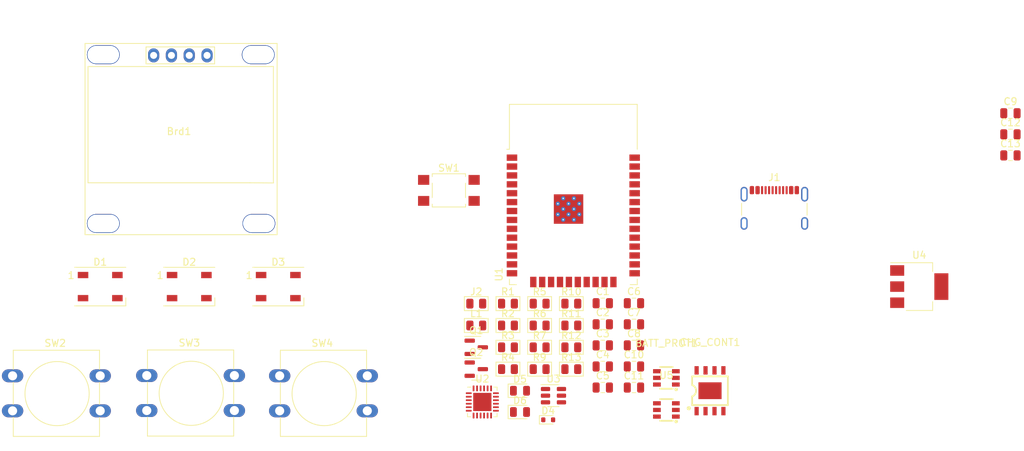
<source format=kicad_pcb>
(kicad_pcb (version 20221018) (generator pcbnew)
  (layers (0 "F.Cu" signal) (31 "B.Cu" signal) (34 "B.Paste" user) (35 "F.Paste" user) (36 "B.SilkS" user "B.Silkscreen") (37 "F.SilkS" user "F.Silkscreen") (38 "B.Mask" user) (39 "F.Mask" user) (44 "Edge.Cuts" user))
  (net 0 "")
  (net 1 "Net-(BATT_PROT1-OC)")
  (net 2 "Net-(BATT_PROT1-CS)")
  (net 3 "Net-(BATT_PROT1-OD)")
  (net 4 "-BATT")
  (net 5 "Net-(BATT_PROT1-VCC)")
  (net 7 "+3V3")
  (net 8 "/RESET")
  (net 9 "Net-(U2-VPP)")
  (net 10 "+BATT")
  (net 11 "+5V")
  (net 12 "VBUS")
  (net 13 "Net-(CHG_CONT1-PROG)")
  (net 15 "Net-(CHG_CONT1-~{STDBY})")
  (net 16 "Net-(CHG_CONT1-~{CHRG})")
  (net 18 "Net-(D1-DOUT)")
  (net 19 "/LED")
  (net 20 "Net-(D2-DOUT)")
  (net 22 "Net-(D4-A)")
  (net 23 "Net-(D5-K)")
  (net 24 "Net-(D6-K)")
  (net 26 "/D+")
  (net 27 "/D-")
  (net 31 "Net-(Q1-B)")
  (net 32 "/DTR")
  (net 33 "Net-(Q2-B)")
  (net 34 "/TX_ESP")
  (net 35 "/RX_CP")
  (net 36 "/RX_ESP")
  (net 37 "/TX_CP")
  (net 38 "/RTS")
  (net 39 "Net-(U3-FB)")
  (net 40 "/BUT1")
  (net 41 "/BUT2")
  (net 42 "/BUT3")
  (net 63 "/GPIO0")
  (net 87 "/SCL")
  (net 88 "/SDA")
  (footprint "Button_Switch_THT:SW_PUSH-12mm" (layer "F.Cu") (at 94.18 109.26)
    (fp_text reference "SW4" (at 6.08 -4.66) (layer "F.SilkS"))
    (fp_text value "SW_Push")
    (pad "1" thru_hole oval (at 0 0) (size 3.048 1.85) (drill 1.3) (layers "*.Cu" "*.Mask") (net 42 "/BUT3"))
    (pad "1" thru_hole oval (at 12.5 0) (size 3.048 1.85) (drill 1.3) (layers "*.Cu" "*.Mask") (net 42 "/BUT3"))
    (pad "2" thru_hole oval (at 0 5) (size 3.048 1.85) (drill 1.3) (layers "*.Cu" "*.Mask") (net 4 "-BATT"))
    (pad "2" thru_hole oval (at 12.5 5) (size 3.048 1.85) (drill 1.3) (layers "*.Cu" "*.Mask") (net 4 "-BATT"))
  )
  (footprint "PCM_Resistor_SMD_AKL:R_0805_2012Metric" (layer "F.Cu") (at 135.785 105.19)
    (fp_text reference "R12" (at 0 -1.7) (layer "F.SilkS"))
    (fp_text value "1k" hide)
    (pad "1" smd roundrect (at -0.9125 0) (size 1.025 1.4) (layers "F.Cu" "F.Paste" "F.Mask") (roundrect_rratio 0.243902) (net 15 "Net-(CHG_CONT1-~{STDBY})"))
    (pad "2" smd roundrect (at 0.9125 0) (size 1.025 1.4) (layers "F.Cu" "F.Paste" "F.Mask") (roundrect_rratio 0.243902) (net 24 "Net-(D6-K)"))
  )
  (footprint "LED_SMD:LED_WS2812B_PLCC4_5.0x5.0mm_P3.2mm" (layer "F.Cu") (at 68.58 96.52)
    (fp_text reference "D1" (at 0 -3.5) (layer "F.SilkS"))
    (fp_text value "WS2812B")
    (fp_text user "1" (at -4.15 -1.6) (layer "F.SilkS"))
    (pad "1" smd rect (at -2.45 -1.65) (size 1.5 0.9) (layers "F.Cu" "F.Paste" "F.Mask") (net 11 "+5V"))
    (pad "2" smd rect (at -2.45 1.65) (size 1.5 0.9) (layers "F.Cu" "F.Paste" "F.Mask") (net 18 "Net-(D1-DOUT)"))
    (pad "3" smd rect (at 2.45 1.65) (size 1.5 0.9) (layers "F.Cu" "F.Paste" "F.Mask") (net 4 "-BATT"))
    (pad "4" smd rect (at 2.45 -1.65) (size 1.5 0.9) (layers "F.Cu" "F.Paste" "F.Mask") (net 19 "/LED"))
  )
  (footprint "LED_SMD:LED_WS2812B_PLCC4_5.0x5.0mm_P3.2mm" (layer "F.Cu") (at 81.28 96.52)
    (fp_text reference "D2" (at 0 -3.5) (layer "F.SilkS"))
    (fp_text value "WS2812B")
    (fp_text user "1" (at -4.15 -1.6) (layer "F.SilkS"))
    (pad "1" smd rect (at -2.45 -1.65) (size 1.5 0.9) (layers "F.Cu" "F.Paste" "F.Mask") (net 11 "+5V"))
    (pad "2" smd rect (at -2.45 1.65) (size 1.5 0.9) (layers "F.Cu" "F.Paste" "F.Mask") (net 20 "Net-(D2-DOUT)"))
    (pad "3" smd rect (at 2.45 1.65) (size 1.5 0.9) (layers "F.Cu" "F.Paste" "F.Mask") (net 4 "-BATT"))
    (pad "4" smd rect (at 2.45 -1.65) (size 1.5 0.9) (layers "F.Cu" "F.Paste" "F.Mask") (net 18 "Net-(D1-DOUT)"))
  )
  (footprint "PCM_Resistor_SMD_AKL:R_0805_2012Metric" (layer "F.Cu") (at 126.745 98.95)
    (fp_text reference "R1" (at 0 -1.7) (layer "F.SilkS"))
    (fp_text value "10k" hide)
    (pad "1" smd roundrect (at -0.9125 0) (size 1.025 1.4) (layers "F.Cu" "F.Paste" "F.Mask") (roundrect_rratio 0.243902) (net 7 "+3V3"))
    (pad "2" smd roundrect (at 0.9125 0) (size 1.025 1.4) (layers "F.Cu" "F.Paste" "F.Mask") (roundrect_rratio 0.243902) (net 8 "/RESET"))
  )
  (footprint "Button_Switch_THT:SW_PUSH-12mm" (layer "F.Cu") (at 56.08 109.26)
    (fp_text reference "SW2" (at 6.08 -4.66) (layer "F.SilkS"))
    (fp_text value "SW_Push")
    (pad "1" thru_hole oval (at 0 0) (size 3.048 1.85) (drill 1.3) (layers "*.Cu" "*.Mask") (net 40 "/BUT1"))
    (pad "1" thru_hole oval (at 12.5 0) (size 3.048 1.85) (drill 1.3) (layers "*.Cu" "*.Mask") (net 40 "/BUT1"))
    (pad "2" thru_hole oval (at 0 5) (size 3.048 1.85) (drill 1.3) (layers "*.Cu" "*.Mask") (net 4 "-BATT"))
    (pad "2" thru_hole oval (at 12.5 5) (size 3.048 1.85) (drill 1.3) (layers "*.Cu" "*.Mask") (net 4 "-BATT"))
  )
  (footprint "PCM_Resistor_SMD_AKL:R_0805_2012Metric" (layer "F.Cu") (at 126.745 102.07)
    (fp_text reference "R2" (at 0 -1.7) (layer "F.SilkS"))
    (fp_text value "470R" hide)
    (pad "1" smd roundrect (at -0.9125 0) (size 1.025 1.4) (layers "F.Cu" "F.Paste" "F.Mask") (roundrect_rratio 0.243902) (net 34 "/TX_ESP"))
    (pad "2" smd roundrect (at 0.9125 0) (size 1.025 1.4) (layers "F.Cu" "F.Paste" "F.Mask") (roundrect_rratio 0.243902) (net 35 "/RX_CP"))
  )
  (footprint "Capacitor_SMD:C_0805_2012Metric" (layer "F.Cu") (at 144.72 98.895)
    (fp_text reference "C6" (at 0 -1.68) (layer "F.SilkS"))
    (fp_text value "4.7uF")
    (pad "1" smd roundrect (at -0.95 0) (size 1 1.45) (layers "F.Cu" "F.Paste" "F.Mask") (net 9 "Net-(U2-VPP)"))
    (pad "2" smd roundrect (at 0.95 0) (size 1 1.45) (layers "F.Cu" "F.Paste" "F.Mask") (net 4 "-BATT"))
  )
  (footprint "Capacitor_SMD:C_0805_2012Metric" (layer "F.Cu") (at 198.425 74.775)
    (fp_text reference "C12" (at 0 -1.68) (layer "F.SilkS"))
    (fp_text value "10uF")
    (pad "1" smd roundrect (at -0.95 0) (size 1 1.45) (layers "F.Cu" "F.Paste" "F.Mask") (net 4 "-BATT"))
    (pad "2" smd roundrect (at 0.95 0) (size 1 1.45) (layers "F.Cu" "F.Paste" "F.Mask") (net 10 "+BATT"))
  )
  (footprint "Package_TO_SOT_SMD:SOT-23" (layer "F.Cu") (at 122.225 105.19)
    (fp_text reference "Q1" (at 0 -2.4) (layer "F.SilkS"))
    (fp_text value "BC847")
    (pad "1" smd roundrect (at -0.9375 -0.95) (size 1.475 0.6) (layers "F.Cu" "F.Paste" "F.Mask") (net 31 "Net-(Q1-B)"))
    (pad "2" smd roundrect (at -0.9375 0.95) (size 1.475 0.6) (layers "F.Cu" "F.Paste" "F.Mask") (net 32 "/DTR"))
    (pad "3" smd roundrect (at 0.9375 0) (size 1.475 0.6) (layers "F.Cu" "F.Paste" "F.Mask") (net 63 "/GPIO0"))
  )
  (footprint "Package_TO_SOT_SMD:SOT-23-6" (layer "F.Cu") (at 133.24 112.095)
    (fp_text reference "U3" (at 0 -2.4) (layer "F.SilkS"))
    (fp_text value "MT3608")
    (pad "1" smd roundrect (at -1.1375 -0.95) (size 1.325 0.6) (layers "F.Cu" "F.Paste" "F.Mask") (net 22 "Net-(D4-A)"))
    (pad "2" smd roundrect (at -1.1375 0) (size 1.325 0.6) (layers "F.Cu" "F.Paste" "F.Mask") (net 4 "-BATT"))
    (pad "3" smd roundrect (at -1.1375 0.95) (size 1.325 0.6) (layers "F.Cu" "F.Paste" "F.Mask") (net 39 "Net-(U3-FB)"))
    (pad "4" smd roundrect (at 1.1375 0.95) (size 1.325 0.6) (layers "F.Cu" "F.Paste" "F.Mask") (net 7 "+3V3"))
    (pad "5" smd roundrect (at 1.1375 0) (size 1.325 0.6) (layers "F.Cu" "F.Paste" "F.Mask") (net 10 "+BATT"))
    (pad "6" smd roundrect (at 1.1375 -0.95) (size 1.325 0.6) (layers "F.Cu" "F.Paste" "F.Mask"))
  )
  (footprint "Package_TO_SOT_SMD:SOT-223-3_TabPin2" (layer "F.Cu") (at 185.42 96.52)
    (fp_text reference "U4" (at 0 -4.5) (layer "F.SilkS"))
    (fp_text value "AMS1117-3.3")
    (pad "1" smd rect (at -3.15 -2.3) (size 2 1.5) (layers "F.Cu" "F.Paste" "F.Mask") (net 4 "-BATT"))
    (pad "2" smd rect (at -3.15 0) (size 2 1.5) (layers "F.Cu" "F.Paste" "F.Mask") (net 7 "+3V3"))
    (pad "2" smd rect (at 3.15 0) (size 2 3.8) (layers "F.Cu" "F.Paste" "F.Mask") (net 7 "+3V3"))
    (pad "3" smd rect (at -3.15 2.3) (size 2 1.5) (layers "F.Cu" "F.Paste" "F.Mask") (net 10 "+BATT"))
  )
  (footprint "LED_SMD:LED_0805_2012Metric" (layer "F.Cu") (at 128.46 111.39)
    (fp_text reference "D5" (at 0 -1.65) (layer "F.SilkS"))
    (fp_text value "LEDR")
    (pad "1" smd roundrect (at -0.9375 0) (size 0.975 1.4) (layers "F.Cu" "F.Paste" "F.Mask") (net 23 "Net-(D5-K)"))
    (pad "2" smd roundrect (at 0.9375 0) (size 0.975 1.4) (layers "F.Cu" "F.Paste" "F.Mask") (net 12 "VBUS"))
  )
  (footprint "PCM_Resistor_SMD_AKL:R_0805_2012Metric" (layer "F.Cu") (at 126.745 108.31)
    (fp_text reference "R4" (at 0 -1.7) (layer "F.SilkS"))
    (fp_text value "10K" hide)
    (pad "1" smd roundrect (at -0.9125 0) (size 1.025 1.4) (layers "F.Cu" "F.Paste" "F.Mask") (roundrect_rratio 0.243902) (net 38 "/RTS"))
    (pad "2" smd roundrect (at 0.9125 0) (size 1.025 1.4) (layers "F.Cu" "F.Paste" "F.Mask") (roundrect_rratio 0.243902) (net 31 "Net-(Q1-B)"))
  )
  (footprint "easyeda2kicad:SOT-23-6_L2.9-W1.6-P0.95-LS2.8-BR" (layer "F.Cu") (at 149.345 114.135)
    (fp_text reference "U5" (at 0 -4.95) (layer "F.SilkS"))
    (fp_text value "8205A_C5148660")
    (pad "1" smd rect (at 1.35 0.95) (size 1.1 0.6) (layers "F.Cu" "F.Paste" "F.Mask") (net 4 "-BATT"))
    (pad "2" smd rect (at 1.35 0) (size 1.1 0.6) (layers "F.Cu" "F.Paste" "F.Mask"))
    (pad "3" smd rect (at 1.35 -0.95) (size 1.1 0.6) (layers "F.Cu" "F.Paste" "F.Mask") (net 4 "-BATT"))
    (pad "4" smd rect (at -1.35 -0.95) (size 1.1 0.6) (layers "F.Cu" "F.Paste" "F.Mask") (net 1 "Net-(BATT_PROT1-OC)"))
    (pad "5" smd rect (at -1.35 0) (size 1.1 0.6) (layers "F.Cu" "F.Paste" "F.Mask"))
    (pad "6" smd rect (at -1.35 0.95) (size 1.1 0.6) (layers "F.Cu" "F.Paste" "F.Mask") (net 3 "Net-(BATT_PROT1-OD)"))
  )
  (footprint "Diode_SMD:D_SOD-523" (layer "F.Cu") (at 132.485 115.545)
    (fp_text reference "D4" (at 0 -1.3) (layer "F.SilkS"))
    (fp_text value "D_Schottky")
    (pad "1" smd roundrect (at -0.7 0 180) (size 0.6 0.7) (layers "F.Cu" "F.Paste" "F.Mask") (net 11 "+5V"))
    (pad "2" smd roundrect (at 0.7 0 180) (size 0.6 0.7) (layers "F.Cu" "F.Paste" "F.Mask") (net 22 "Net-(D4-A)"))
  )
  (footprint "Package_DFN_QFN:QFN-24-1EP_4x4mm_P0.5mm_EP2.6x2.6mm" (layer "F.Cu") (at 123.09 112.995)
    (fp_text reference "U2" (at 0 -3.3) (layer "F.SilkS"))
    (fp_text value "CP2104")
    (pad "1" smd roundrect (at -1.9375 -1.25) (size 0.825 0.25) (layers "F.Cu" "F.Paste" "F.Mask"))
    (pad "2" smd roundrect (at -1.9375 -0.75) (size 0.825 0.25) (layers "F.Cu" "F.Paste" "F.Mask") (net 4 "-BATT"))
    (pad "3" smd roundrect (at -1.9375 -0.25) (size 0.825 0.25) (layers "F.Cu" "F.Paste" "F.Mask") (net 26 "/D+"))
    (pad "4" smd roundrect (at -1.9375 0.25) (size 0.825 0.25) (layers "F.Cu" "F.Paste" "F.Mask") (net 27 "/D-"))
    (pad "5" smd roundrect (at -1.9375 0.75) (size 0.825 0.25) (layers "F.Cu" "F.Paste" "F.Mask") (net 7 "+3V3"))
    (pad "6" smd roundrect (at -1.9375 1.25) (size 0.825 0.25) (layers "F.Cu" "F.Paste" "F.Mask") (net 7 "+3V3"))
    (pad "7" smd roundrect (at -1.25 1.9375) (size 0.25 0.825) (layers "F.Cu" "F.Paste" "F.Mask") (net 7 "+3V3"))
    (pad "8" smd roundrect (at -0.75 1.9375) (size 0.25 0.825) (layers "F.Cu" "F.Paste" "F.Mask") (net 12 "VBUS"))
    (pad "9" smd roundrect (at -0.25 1.9375) (size 0.25 0.825) (layers "F.Cu" "F.Paste" "F.Mask"))
    (pad "10" smd roundrect (at 0.25 1.9375) (size 0.25 0.825) (layers "F.Cu" "F.Paste" "F.Mask"))
    (pad "11" smd roundrect (at 0.75 1.9375) (size 0.25 0.825) (layers "F.Cu" "F.Paste" "F.Mask"))
    (pad "12" smd roundrect (at 1.25 1.9375) (size 0.25 0.825) (layers "F.Cu" "F.Paste" "F.Mask"))
    (pad "13" smd roundrect (at 1.9375 1.25) (size 0.825 0.25) (layers "F.Cu" "F.Paste" "F.Mask"))
    (pad "14" smd roundrect (at 1.9375 0.75) (size 0.825 0.25) (layers "F.Cu" "F.Paste" "F.Mask"))
    (pad "15" smd roundrect (at 1.9375 0.25) (size 0.825 0.25) (layers "F.Cu" "F.Paste" "F.Mask"))
    (pad "16" smd roundrect (at 1.9375 -0.25) (size 0.825 0.25) (layers "F.Cu" "F.Paste" "F.Mask") (net 9 "Net-(U2-VPP)"))
    (pad "17" smd roundrect (at 1.9375 -0.75) (size 0.825 0.25) (layers "F.Cu" "F.Paste" "F.Mask"))
    (pad "18" smd roundrect (at 1.9375 -1.25) (size 0.825 0.25) (layers "F.Cu" "F.Paste" "F.Mask"))
    (pad "19" smd roundrect (at 1.25 -1.9375) (size 0.25 0.825) (layers "F.Cu" "F.Paste" "F.Mask") (net 38 "/RTS"))
    (pad "20" smd roundrect (at 0.75 -1.9375) (size 0.25 0.825) (layers "F.Cu" "F.Paste" "F.Mask") (net 35 "/RX_CP"))
    (pad "21" smd roundrect (at 0.25 -1.9375) (size 0.25 0.825) (layers "F.Cu" "F.Paste" "F.Mask") (net 37 "/TX_CP"))
    (pad "22" smd roundrect (at -0.25 -1.9375) (size 0.25 0.825) (layers "F.Cu" "F.Paste" "F.Mask"))
    (pad "23" smd roundrect (at -0.75 -1.9375) (size 0.25 0.825) (layers "F.Cu" "F.Paste" "F.Mask") (net 32 "/DTR"))
    (pad "24" smd roundrect (at -1.25 -1.9375) (size 0.25 0.825) (layers "F.Cu" "F.Paste" "F.Mask"))
    (pad "25" smd rect (at 0 0) (size 2.6 2.6) (layers "F.Cu" "F.Mask") (net 4 "-BATT"))
  )
  (footprint "PCM_Resistor_SMD_AKL:R_0805_2012Metric" (layer "F.Cu") (at 126.745 105.19)
    (fp_text reference "R3" (at 0 -1.7) (layer "F.SilkS"))
    (fp_text value "470R" hide)
    (pad "1" smd roundrect (at -0.9125 0) (size 1.025 1.4) (layers "F.Cu" "F.Paste" "F.Mask") (roundrect_rratio 0.243902) (net 36 "/RX_ESP"))
    (pad "2" smd roundrect (at 0.9125 0) (size 1.025 1.4) (layers "F.Cu" "F.Paste" "F.Mask") (roundrect_rratio 0.243902) (net 37 "/TX_CP"))
  )
  (footprint "Capacitor_SMD:C_0805_2012Metric" (layer "F.Cu") (at 198.425 71.765)
    (fp_text reference "C9" (at 0 -1.68) (layer "F.SilkS"))
    (fp_text value "10uF")
    (pad "1" smd roundrect (at -0.95 0) (size 1 1.45) (layers "F.Cu" "F.Paste" "F.Mask") (net 10 "+BATT"))
    (pad "2" smd roundrect (at 0.95 0) (size 1 1.45) (layers "F.Cu" "F.Paste" "F.Mask") (net 4 "-BATT"))
  )
  (footprint "Button_Switch_THT:SW_PUSH-12mm" (layer "F.Cu") (at 75.22 109.22)
    (fp_text reference "SW3" (at 6.08 -4.66) (layer "F.SilkS"))
    (fp_text value "SW_Push")
    (pad "1" thru_hole oval (at 0 0) (size 3.048 1.85) (drill 1.3) (layers "*.Cu" "*.Mask") (net 41 "/BUT2"))
    (pad "1" thru_hole oval (at 12.5 0) (size 3.048 1.85) (drill 1.3) (layers "*.Cu" "*.Mask") (net 41 "/BUT2"))
    (pad "2" thru_hole oval (at 0 5) (size 3.048 1.85) (drill 1.3) (layers "*.Cu" "*.Mask") (net 4 "-BATT"))
    (pad "2" thru_hole oval (at 12.5 5) (size 3.048 1.85) (drill 1.3) (layers "*.Cu" "*.Mask") (net 4 "-BATT"))
  )
  (footprint "PCM_Resistor_SMD_AKL:R_0805_2012Metric" (layer "F.Cu") (at 135.785 102.07)
    (fp_text reference "R11" (at 0 -1.7) (layer "F.SilkS"))
    (fp_text value "1k" hide)
    (pad "1" smd roundrect (at -0.9125 0) (size 1.025 1.4) (layers "F.Cu" "F.Paste" "F.Mask") (roundrect_rratio 0.243902) (net 16 "Net-(CHG_CONT1-~{CHRG})"))
    (pad "2" smd roundrect (at 0.9125 0) (size 1.025 1.4) (layers "F.Cu" "F.Paste" "F.Mask") (roundrect_rratio 0.243902) (net 23 "Net-(D5-K)"))
  )
  (footprint "easyeda2kicad:ESOP-8_L4.9-W3.9-P1.27-LS6.0-BL-EP" (layer "F.Cu") (at 155.57 111.39)
    (fp_text reference "CHG_CONT1" (at 0 -6.91) (layer "F.SilkS"))
    (fp_text value "TP4056_C725790")
    (pad "1" smd rect (at -1.91 2.91) (size 0.6 1.2) (layers "F.Cu" "F.Paste" "F.Mask") (net 4 "-BATT"))
    (pad "2" smd rect (at -0.64 2.91) (size 0.6 1.2) (layers "F.Cu" "F.Paste" "F.Mask") (net 13 "Net-(CHG_CONT1-PROG)"))
    (pad "3" smd rect (at 0.64 2.91) (size 0.6 1.2) (layers "F.Cu" "F.Paste" "F.Mask"))
    (pad "4" smd rect (at 1.91 2.91) (size 0.6 1.2) (layers "F.Cu" "F.Paste" "F.Mask") (net 12 "VBUS"))
    (pad "5" smd rect (at 1.91 -2.91) (size 0.6 1.2) (layers "F.Cu" "F.Paste" "F.Mask") (net 10 "+BATT"))
    (pad "6" smd rect (at 0.64 -2.91) (size 0.6 1.2) (layers "F.Cu" "F.Paste" "F.Mask") (net 15 "Net-(CHG_CONT1-~{STDBY})"))
    (pad "7" smd rect (at -0.64 -2.91) (size 0.6 1.2) (layers "F.Cu" "F.Paste" "F.Mask") (net 16 "Net-(CHG_CONT1-~{CHRG})"))
    (pad "8" smd rect (at -1.91 -2.91) (size 0.6 1.2) (layers "F.Cu" "F.Paste" "F.Mask") (net 12 "VBUS"))
    (pad "9" smd rect (at 0 0 180) (size 3.3 2.4) (layers "F.Cu" "F.Paste" "F.Mask"))
  )
  (footprint "Connector_USB:USB_C_Receptacle_GCT_USB4105-xx-A_16P_TopMnt_Horizontal" (layer "F.Cu") (at 164.75 86.425)
    (fp_text reference "J1" (at 0 -5.5 unlocked) (layer "F.SilkS"))
    (fp_text value "USB_C_Receptacle_USB2.0")
    (pad "" np_thru_hole circle (at -2.89 -2.605) (size 0.65 0.65) (drill 0.65) (layers "F&B.Cu" "*.Mask"))
    (pad "" np_thru_hole circle (at 2.89 -2.605) (size 0.65 0.65) (drill 0.65) (layers "F&B.Cu" "*.Mask"))
    (pad "A1" smd roundrect (at -3.2 -3.68) (size 0.6 1.15) (layers "F.Cu" "F.Paste" "F.Mask") (net 4 "-BATT"))
    (pad "A4" smd roundrect (at -2.4 -3.68) (size 0.6 1.15) (layers "F.Cu" "F.Paste" "F.Mask") (net 12 "VBUS"))
    (pad "A5" smd roundrect (at -1.25 -3.68) (size 0.3 1.15) (layers "F.Cu" "F.Paste" "F.Mask"))
    (pad "A6" smd roundrect (at -0.25 -3.68) (size 0.3 1.15) (layers "F.Cu" "F.Paste" "F.Mask") (net 26 "/D+"))
    (pad "A7" smd roundrect (at 0.25 -3.68) (size 0.3 1.15) (layers "F.Cu" "F.Paste" "F.Mask") (net 27 "/D-"))
    (pad "A8" smd roundrect (at 1.25 -3.68) (size 0.3 1.15) (layers "F.Cu" "F.Paste" "F.Mask"))
    (pad "A9" smd roundrect (at 2.4 -3.68) (size 0.6 1.15) (layers "F.Cu" "F.Paste" "F.Mask") (net 12 "VBUS"))
    (pad "A12" smd roundrect (at 3.2 -3.68) (size 0.6 1.15) (layers "F.Cu" "F.Paste" "F.Mask") (net 4 "-BATT"))
    (pad "B1" smd roundrect (at 3.2 -3.68) (size 0.6 1.15) (layers "F.Cu" "F.Paste" "F.Mask") (net 4 "-BATT"))
    (pad "B4" smd roundrect (at 2.4 -3.68) (size 0.6 1.15) (layers "F.Cu" "F.Paste" "F.Mask") (net 12 "VBUS"))
    (pad "B5" smd roundrect (at 1.75 -3.68) (size 0.3 1.15) (layers "F.Cu" "F.Paste" "F.Mask"))
    (pad "B6" smd roundrect (at 0.75 -3.68) (size 0.3 1.15) (layers "F.Cu" "F.Paste" "F.Mask") (net 26 "/D+"))
    (pad "B7" smd roundrect (at -0.75 -3.68) (size 0.3 1.15) (layers "F.Cu" "F.Paste" "F.Mask") (net 27 "/D-"))
    (pad "B8" smd roundrect (at -1.75 -3.68) (size 0.3 1.15) (layers "F.Cu" "F.Paste" "F.Mask"))
    (pad "B9" smd roundrect (at -2.4 -3.68) (size 0.6 1.15) (layers "F.Cu" "F.Paste" "F.Mask") (net 12 "VBUS"))
    (pad "B12" smd roundrect (at -3.2 -3.68) (size 0.6 1.15) (layers "F.Cu" "F.Paste" "F.Mask") (net 4 "-BATT"))
    (pad "S1" thru_hole oval (at -4.32 -3.105) (size 1 2.1) (drill oval 0.6 1.7) (layers "*.Cu" "*.Mask" "F.Paste") (net 4 "-BATT"))
    (pad "S1" thru_hole oval (at -4.32 1.075) (size 1 1.8) (drill oval 0.6 1.4) (layers "*.Cu" "*.Mask" "F.Paste") (net 4 "-BATT"))
    (pad "S1" thru_hole oval (at 4.32 -3.105) (size 1 2.1) (drill oval 0.6 1.7) (layers "*.Cu" "*.Mask" "F.Paste") (net 4 "-BATT"))
    (pad "S1" thru_hole oval (at 4.32 1.075) (size 1 1.8) (drill oval 0.6 1.4) (layers "*.Cu" "*.Mask" "F.Paste") (net 4 "-BATT"))
  )
  (footprint "Capacitor_SMD:C_0805_2012Metric" (layer "F.Cu") (at 144.72 104.915)
    (fp_text reference "C8" (at 0 -1.68) (layer "F.SilkS"))
    (fp_text value "28uF")
    (pad "1" smd roundrect (at -0.95 0) (size 1 1.45) (layers "F.Cu" "F.Paste" "F.Mask") (net 11 "+5V"))
    (pad "2" smd roundrect (at 0.95 0) (size 1 1.45) (layers "F.Cu" "F.Paste" "F.Mask") (net 4 "-BATT"))
  )
  (footprint "Capacitor_SMD:C_0805_2012Metric" (layer "F.Cu") (at 140.27 101.905)
    (fp_text reference "C2" (at 0 -1.68) (layer "F.SilkS"))
    (fp_text value "10uF")
    (pad "1" smd roundrect (at -0.95 0) (size 1 1.45) (layers "F.Cu" "F.Paste" "F.Mask") (net 7 "+3V3"))
    (pad "2" smd roundrect (at 0.95 0) (size 1 1.45) (layers "F.Cu" "F.Paste" "F.Mask") (net 4 "-BATT"))
  )
  (footprint "PCM_Resistor_SMD_AKL:R_0805_2012Metric" (layer "F.Cu") (at 131.265 105.19)
    (fp_text reference "R7" (at 0 -1.7) (layer "F.SilkS"))
    (fp_text value "1k" hide)
    (pad "1" smd roundrect (at -0.9125 0) (size 1.025 1.4) (layers "F.Cu" "F.Paste" "F.Mask") (roundrect_rratio 0.243902) (net 39 "Net-(U3-FB)"))
    (pad "2" smd roundrect (at 0.9125 0) (size 1.025 1.4) (layers "F.Cu" "F.Paste" "F.Mask") (roundrect_rratio 0.243902) (net 4 "-BATT"))
  )
  (footprint "SSD1306:128x64OLED" (layer "F.Cu") (at 79.82 74.1)
    (fp_text reference "Brd1" (at 0 0.254) (layer "F.SilkS"))
    (fp_text value "SSD1306")
    (pad "" thru_hole oval (at -10.8 -10.7 180) (size 4.68 2.69) (drill oval 4.5 2.5) (layers "*.Cu" "*.Mask"))
    (pad "" thru_hole oval (at -10.8 13.4 180) (size 4.68 2.69) (drill oval 4.5 2.5) (layers "*.Cu" "*.Mask"))
    (pad "" thru_hole oval (at 11.3 -10.7 180) (size 4.68 2.69) (drill oval 4.5 2.5) (layers "*.Cu" "*.Mask"))
    (pad "" thru_hole oval (at 11.4 13.4 180) (size 4.68 2.69) (drill oval 4.5 2.5) (layers "*.Cu" "*.Mask"))
    (pad "1" thru_hole oval (at -3.62 -10.6 90) (size 2 1.6) (drill 1) (layers "*.Cu" "*.Mask") (net 4 "-BATT"))
    (pad "2" thru_hole oval (at -1.08 -10.6 90) (size 2 1.6) (drill 1) (layers "*.Cu" "*.Mask") (net 7 "+3V3"))
    (pad "3" thru_hole oval (at 1.46 -10.6 90) (size 2 1.6) (drill 1) (layers "*.Cu" "*.Mask") (net 87 "/SCL"))
    (pad "4" thru_hole oval (at 4 -10.6 90) (size 2 1.6) (drill 1) (layers "*.Cu" "*.Mask") (net 88 "/SDA"))
  )
  (footprint "Package_TO_SOT_SMD:SOT-23" (layer "F.Cu") (at 122.225 108.31)
    (fp_text reference "Q2" (at 0 -2.4) (layer "F.SilkS"))
    (fp_text value "BC847")
    (pad "1" smd roundrect (at -0.9375 -0.95) (size 1.475 0.6) (layers "F.Cu" "F.Paste" "F.Mask") (net 33 "Net-(Q2-B)"))
    (pad "2" smd roundrect (at -0.9375 0.95) (size 1.475 0.6) (layers "F.Cu" "F.Paste" "F.Mask") (net 8 "/RESET"))
    (pad "3" smd roundrect (at 0.9375 0) (size 1.475 0.6) (layers "F.Cu" "F.Paste" "F.Mask") (net 38 "/RTS"))
  )
  (footprint "Capacitor_SMD:C_0805_2012Metric" (layer "F.Cu") (at 140.27 98.895)
    (fp_text reference "C1" (at 0 -1.68) (layer "F.SilkS"))
    (fp_text value "100nF")
    (pad "1" smd roundrect (at -0.95 0) (size 1 1.45) (layers "F.Cu" "F.Paste" "F.Mask") (net 7 "+3V3"))
    (pad "2" smd roundrect (at 0.95 0) (size 1 1.45) (layers "F.Cu" "F.Paste" "F.Mask") (net 4 "-BATT"))
  )
  (footprint "Button_Switch_SMD:SW_SPST_TL3305B" (layer "F.Cu") (at 118.32 82.78)
    (fp_text reference "SW1" (at 0 -3.2) (layer "F.SilkS"))
    (fp_text value "SW_Push")
    (pad "1" smd rect (at -3.6 -1.5) (size 1.6 1.4) (layers "F.Cu" "F.Paste" "F.Mask") (net 4 "-BATT"))
    (pad "1" smd rect (at 3.6 -1.5) (size 1.6 1.4) (layers "F.Cu" "F.Paste" "F.Mask") (net 4 "-BATT"))
    (pad "2" smd rect (at -3.6 1.5) (size 1.6 1.4) (layers "F.Cu" "F.Paste" "F.Mask") (net 8 "/RESET"))
    (pad "2" smd rect (at 3.6 1.5) (size 1.6 1.4) (layers "F.Cu" "F.Paste" "F.Mask") (net 8 "/RESET"))
  )
  (footprint "PCM_Resistor_SMD_AKL:R_0805_2012Metric" (layer "F.Cu") (at 131.265 98.95)
    (fp_text reference "R5" (at 0 -1.7) (layer "F.SilkS"))
    (fp_text value "10K" hide)
    (pad "1" smd roundrect (at -0.9125 0) (size 1.025 1.4) (layers "F.Cu" "F.Paste" "F.Mask") (roundrect_rratio 0.243902) (net 32 "/DTR"))
    (pad "2" smd roundrect (at 0.9125 0) (size 1.025 1.4) (layers "F.Cu" "F.Paste" "F.Mask") (roundrect_rratio 0.243902) (net 33 "Net-(Q2-B)"))
  )
  (footprint "PCM_Resistor_SMD_AKL:R_0805_2012Metric" (layer "F.Cu") (at 122.225 102.07)
    (fp_text reference "L1" (at 0 -1.7) (layer "F.SilkS"))
    (fp_text value "22uH" hide)
    (pad "1" smd roundrect (at -0.9125 0) (size 1.025 1.4) (layers "F.Cu" "F.Paste" "F.Mask") (roundrect_rratio 0.243902) (net 10 "+BATT"))
    (pad "2" smd roundrect (at 0.9125 0) (size 1.025 1.4) (layers "F.Cu" "F.Paste" "F.Mask") (roundrect_rratio 0.243902) (net 22 "Net-(D4-A)"))
  )
  (footprint "Capacitor_SMD:C_0805_2012Metric" (layer "F.Cu") (at 144.72 101.905)
    (fp_text reference "C7" (at 0 -1.68) (layer "F.SilkS"))
    (fp_text value "28uF")
    (pad "1" smd roundrect (at -0.95 0) (size 1 1.45) (layers "F.Cu" "F.Paste" "F.Mask") (net 10 "+BATT"))
    (pad "2" smd roundrect (at 0.95 0) (size 1 1.45) (layers "F.Cu" "F.Paste" "F.Mask") (net 4 "-BATT"))
  )
  (footprint "Capacitor_SMD:C_0805_2012Metric" (layer "F.Cu") (at 140.27 110.935)
    (fp_text reference "C5" (at 0 -1.68) (layer "F.SilkS"))
    (fp_text value "10uF")
    (pad "1" smd roundrect (at -0.95 0) (size 1 1.45) (layers "F.Cu" "F.Paste" "F.Mask") (net 7 "+3V3"))
    (pad "2" smd roundrect (at 0.95 0) (size 1 1.45) (layers "F.Cu" "F.Paste" "F.Mask") (net 4 "-BATT"))
  )
  (footprint "Capacitor_SMD:C_0805_2012Metric" (layer "F.Cu") (at 140.27 107.925)
    (fp_text reference "C4" (at 0 -1.68) (layer "F.SilkS"))
    (fp_text value "100nF")
    (pad "1" smd roundrect (at -0.95 0) (size 1 1.45) (layers "F.Cu" "F.Paste" "F.Mask") (net 7 "+3V3"))
    (pad "2" smd roundrect (at 0.95 0) (size 1 1.45) (layers "F.Cu" "F.Paste" "F.Mask") (net 4 "-BATT"))
  )
  (footprint "LED_SMD:LED_0805_2012Metric" (layer "F.Cu") (at 128.46 114.43)
    (fp_text reference "D6" (at 0 -1.65) (layer "F.SilkS"))
    (fp_text value "LEDG")
    (pad "1" smd roundrect (at -0.9375 0) (size 0.975 1.4) (layers "F.Cu" "F.Paste" "F.Mask") (net 24 "Net-(D6-K)"))
    (pad "2" smd roundrect (at 0.9375 0) (size 0.975 1.4) (layers "F.Cu" "F.Paste" "F.Mask") (net 12 "VBUS"))
  )
  (footprint "easyeda2kicad:SOT-23-6_L2.9-W1.6-P0.95-LS2.8-BR" (layer "F.Cu") (at 149.345 109.555)
    (fp_text reference "BATT_PROT1" (at 0 -4.95) (layer "F.SilkS"))
    (fp_text value "FS312F-G")
    (pad "1" smd rect (at 1.35 0.95) (size 1.1 0.6) (layers "F.Cu" "F.Paste" "F.Mask") (net 3 "Net-(BATT_PROT1-OD)"))
    (pad "2" smd rect (at 1.35 0) (size 1.1 0.6) (layers "F.Cu" "F.Paste" "F.Mask") (net 2 "Net-(BATT_PROT1-CS)"))
    (pad "3" smd rect (at 1.35 -0.95) (size 1.1 0.6) (layers "F.Cu" "F.Paste" "F.Mask") (net 1 "Net-(BATT_PROT1-OC)"))
    (pad "4" smd rect (at -1.35 -0.95) (size 1.1 0.6) (layers "F.Cu" "F.Paste" "F.Mask"))
    (pad "5" smd rect (at -1.35 0) (size 1.1 0.6) (layers "F.Cu" "F.Paste" "F.Mask") (net 5 "Net-(BATT_PROT1-VCC)"))
    (pad "6" smd rect (at -1.35 0.95) (size 1.1 0.6) (layers "F.Cu" "F.Paste" "F.Mask") (net 4 "-BATT"))
  )
  (footprint "PCM_Resistor_SMD_AKL:R_0805_2012Metric" (layer "F.Cu") (at 135.785 108.31)
    (fp_text reference "R13" (at 0 -1.7) (layer "F.SilkS"))
    (fp_text value "2k" hide)
    (pad "1" smd roundrect (at -0.9125 0) (size 1.025 1.4) (layers "F.Cu" "F.Paste" "F.Mask") (roundrect_rratio 0.243902) (net 4 "-BATT"))
    (pad "2" smd roundrect (at 0.9125 0) (size 1.025 1.4) (layers "F.Cu" "F.Paste" "F.Mask") (roundrect_rratio 0.243902) (net 13 "Net-(CHG_CONT1-PROG)"))
  )
  (footprint "PCM_Resistor_SMD_AKL:R_0805_2012Metric" (layer "F.Cu") (at 135.785 98.95)
    (fp_text reference "R10" (at 0 -1.7) (layer "F.SilkS"))
    (fp_text value "1k" hide)
    (pad "1" smd roundrect (at -0.9125 0) (size 1.025 1.4) (layers "F.Cu" "F.Paste" "F.Mask") (roundrect_rratio 0.243902) (net 4 "-BATT"))
    (pad "2" smd roundrect (at 0.9125 0) (size 1.025 1.4) (layers "F.Cu" "F.Paste" "F.Mask") (roundrect_rratio 0.243902) (net 2 "Net-(BATT_PROT1-CS)"))
  )
  (footprint "PCM_Resistor_SMD_AKL:R_0805_2012Metric" (layer "F.Cu") (at 131.265 102.07)
    (fp_text reference "R6" (at 0 -1.7) (layer "F.SilkS"))
    (fp_text value "7.5k" hide)
    (pad "1" smd roundrect (at -0.9125 0) (size 1.025 1.4) (layers "F.Cu" "F.Paste" "F.Mask") (roundrect_rratio 0.243902) (net 11 "+5V"))
    (pad "2" smd roundrect (at 0.9125 0) (size 1.025 1.4) (layers "F.Cu" "F.Paste" "F.Mask") (roundrect_rratio 0.243902) (net 39 "Net-(U3-FB)"))
  )
  (footprint "Capacitor_SMD:C_0805_2012Metric" (layer "F.Cu") (at 144.72 107.925)
    (fp_text reference "C10" (at 0 -1.68) (layer "F.SilkS"))
    (fp_text value "100nF")
    (pad "1" smd roundrect (at -0.95 0) (size 1 1.45) (layers "F.Cu" "F.Paste" "F.Mask") (net 4 "-BATT"))
    (pad "2" smd roundrect (at 0.95 0) (size 1 1.45) (layers "F.Cu" "F.Paste" "F.Mask") (net 5 "Net-(BATT_PROT1-VCC)"))
  )
  (footprint "Capacitor_SMD:C_0805_2012Metric" (layer "F.Cu") (at 140.27 104.915)
    (fp_text reference "C3" (at 0 -1.68) (layer "F.SilkS"))
    (fp_text value "10uF")
    (pad "1" smd roundrect (at -0.95 0) (size 1 1.45) (layers "F.Cu" "F.Paste" "F.Mask") (net 8 "/RESET"))
    (pad "2" smd roundrect (at 0.95 0) (size 1 1.45) (layers "F.Cu" "F.Paste" "F.Mask") (net 4 "-BATT"))
  )
  (footprint "LED_SMD:LED_WS2812B_PLCC4_5.0x5.0mm_P3.2mm" (layer "F.Cu") (at 93.98 96.52)
    (fp_text reference "D3" (at 0 -3.5) (layer "F.SilkS"))
    (fp_text value "WS2812B")
    (fp_text user "1" (at -4.15 -1.6) (layer "F.SilkS"))
    (pad "1" smd rect (at -2.45 -1.65) (size 1.5 0.9) (layers "F.Cu" "F.Paste" "F.Mask") (net 11 "+5V"))
    (pad "2" smd rect (at -2.45 1.65) (size 1.5 0.9) (layers "F.Cu" "F.Paste" "F.Mask"))
    (pad "3" smd rect (at 2.45 1.65) (size 1.5 0.9) (layers "F.Cu" "F.Paste" "F.Mask") (net 4 "-BATT"))
    (pad "4" smd rect (at 2.45 -1.65) (size 1.5 0.9) (layers "F.Cu" "F.Paste" "F.Mask") (net 20 "Net-(D2-DOUT)"))
  )
  (footprint "Capacitor_SMD:C_0805_2012Metric" (layer "F.Cu") (at 144.72 110.935)
    (fp_text reference "C11" (at 0 -1.68) (layer "F.SilkS"))
    (fp_text value "10uF")
    (pad "1" smd roundrect (at -0.95 0) (size 1 1.45) (layers "F.Cu" "F.Paste" "F.Mask") (net 12 "VBUS"))
    (pad "2" smd roundrect (at 0.95 0) (size 1 1.45) (layers "F.Cu" "F.Paste" "F.Mask") (net 4 "-BATT"))
  )
  (footprint "Capacitor_SMD:C_0805_2012Metric" (layer "F.Cu") (at 198.425 77.785)
    (fp_text reference "C13" (at 0 -1.68) (layer "F.SilkS"))
    (fp_text value "10uF")
    (pad "1" smd roundrect (at -0.95 0) (size 1 1.45) (layers "F.Cu" "F.Paste" "F.Mask") (net 7 "+3V3"))
    (pad "2" smd roundrect (at 0.95 0) (size 1 1.45) (layers "F.Cu" "F.Paste" "F.Mask") (net 4 "-BATT"))
  )
  (footprint "PCM_Resistor_SMD_AKL:R_0805_2012Metric" (layer "F.Cu") (at 122.225 98.95)
    (fp_text reference "J2" (at 0 -1.7) (layer "F.SilkS"))
    (fp_text value "Batt JST" hide)
    (pad "1" smd roundrect (at -0.9125 0) (size 1.025 1.4) (layers "F.Cu" "F.Paste" "F.Mask") (roundrect_rratio 0.243902) (net 10 "+BATT"))
    (pad "2" smd roundrect (at 0.9125 0) (size 1.025 1.4) (layers "F.Cu" "F.Paste" "F.Mask") (roundrect_rratio 0.243902) (net 4 "-BATT"))
  )
  (footprint "PCM_Resistor_SMD_AKL:R_0805_2012Metric" (layer "F.Cu") (at 131.265 108.31)
    (fp_text reference "R9" (at 0 -1.7) (layer "F.SilkS"))
    (fp_text value "100" hide)
    (pad "1" smd roundrect (at -0.9125 0) (size 1.025 1.4) (layers "F.Cu" "F.Paste" "F.Mask") (roundrect_rratio 0.243902) (net 5 "Net-(BATT_PROT1-VCC)"))
    (pad "2" smd roundrect (at 0.9125 0) (size 1.025 1.4) (layers "F.Cu" "F.Paste" "F.Mask") (roundrect_rratio 0.243902) (net 10 "+BATT"))
  )
  (footprint "RF_Module:ESP32-WROOM-32" (layer "F.Cu") (at 136.07 86.355)
    (fp_text reference "U1" (at -10.61 8.43 90) (layer "F.SilkS"))
    (fp_text value "ESP32-WROOM-32")
    (pad "1" smd rect (at -8.75 -8.25) (size 1.5 0.9) (layers "F.Cu" "F.Paste" "F.Mask") (net 4 "-BATT"))
    (pad "2" smd rect (at -8.75 -6.98) (size 1.5 0.9) (layers "F.Cu" "F.Paste" "F.Mask") (net 7 "+3V3"))
    (pad "3" smd rect (at -8.75 -5.71) (size 1.5 0.9) (layers "F.Cu" "F.Paste" "F.Mask") (net 8 "/RESET"))
    (pad "4" smd rect (at -8.75 -4.44) (size 1.5 0.9) (layers "F.Cu" "F.Paste" "F.Mask"))
    (pad "5" smd rect (at -8.75 -3.17) (size 1.5 0.9) (layers "F.Cu" "F.Paste" "F.Mask"))
    (pad "6" smd rect (at -8.75 -1.9) (size 1.5 0.9) (layers "F.Cu" "F.Paste" "F.Mask"))
    (pad "7" smd rect (at -8.75 -0.63) (size 1.5 0.9) (layers "F.Cu" "F.Paste" "F.Mask"))
    (pad "8" smd rect (at -8.75 0.64) (size 1.5 0.9) (layers "F.Cu" "F.Paste" "F.Mask"))
    (pad "9" smd rect (at -8.75 1.91) (size 1.5 0.9) (layers "F.Cu" "F.Paste" "F.Mask"))
    (pad "10" smd rect (at -8.75 3.18) (size 1.5 0.9) (layers "F.Cu" "F.Paste" "F.Mask"))
    (pad "11" smd rect (at -8.75 4.45) (size 1.5 0.9) (layers "F.Cu" "F.Paste" "F.Mask"))
    (pad "12" smd rect (at -8.75 5.72) (size 1.5 0.9) (layers "F.Cu" "F.Paste" "F.Mask"))
    (pad "13" smd rect (at -8.75 6.99) (size 1.5 0.9) (layers "F.Cu" "F.Paste" "F.Mask"))
    (pad "14" smd rect (at -8.75 8.26) (size 1.5 0.9) (layers "F.Cu" "F.Paste" "F.Mask"))
    (pad "15" smd rect (at -5.71 9.51 90) (size 1.5 0.9) (layers "F.Cu" "F.Paste" "F.Mask") (net 4 "-BATT"))
    (pad "16" smd rect (at -4.44 9.51 90) (size 1.5 0.9) (layers "F.Cu" "F.Paste" "F.Mask"))
    (pad "17" smd rect (at -3.17 9.51 90) (size 1.5 0.9) (layers "F.Cu" "F.Paste" "F.Mask"))
    (pad "18" smd rect (at -1.9 9.51 90) (size 1.5 0.9) (layers "F.Cu" "F.Paste" "F.Mask"))
    (pad "19" smd rect (at -0.63 9.51 90) (size 1.5 0.9) (layers "F.Cu" "F.Paste" "F.Mask"))
    (pad "20" smd rect (at 0.64 9.51 90) (size 1.5 0.9) (layers "F.Cu" "F.Paste" "F.Mask"))
    (pad "21" smd rect (at 1.91 9.51 90) (size 1.5 0.9) (layers "F.Cu" "F.Paste" "F.Mask"))
    (pad "22" smd rect (at 3.18 9.51 90) (size 1.5 0.9) (layers "F.Cu" "F.Paste" "F.Mask"))
    (pad "23" smd rect (at 4.45 9.51 90) (size 1.5 0.9) (layers "F.Cu" "F.Paste" "F.Mask"))
    (pad "24" smd rect (at 5.72 9.51 90) (size 1.5 0.9) (layers "F.Cu" "F.Paste" "F.Mask"))
    (pad "25" smd rect (at 8.75 8.26) (size 1.5 0.9) (layers "F.Cu" "F.Paste" "F.Mask") (net 63 "/GPIO0"))
    (pad "26" smd rect (at 8.75 6.99) (size 1.5 0.9) (layers "F.Cu" "F.Paste" "F.Mask"))
    (pad "27" smd rect (at 8.75 5.72) (size 1.5 0.9) (layers "F.Cu" "F.Paste" "F.Mask"))
    (pad "28" smd rect (at 8.75 4.45) (size 1.5 0.9) (layers "F.Cu" "F.Paste" "F.Mask"))
    (pad "29" smd rect (at 8.75 3.18) (size 1.5 0.9) (layers "F.Cu" "F.Paste" "F.Mask"))
    (pad "30" smd rect (at 8.75 1.91) (size 1.5 0.9) (layers "F.Cu" "F.Paste" "F.Mask"))
    (pad "31" smd rect (at 8.75 0.64) (size 1.5 0.9) (layers "F.Cu" "F.Paste" "F.Mask"))
    (pad "32" smd rect (at 8.75 -0.63) (size 1.5 0.9) (layers "F.Cu" "F.Paste" "F.Mask"))
    (pad "33" smd rect (at 8.75 -1.9) (size 1.5 0.9) (layers "F.Cu" "F.Paste" "F.Mask") (net 88 "/SDA"))
    (pad "34" smd rect (at 8.75 -3.17) (size 1.5 0.9) (layers "F.Cu" "F.Paste" "F.Mask") (net 36 "/RX_ESP"))
    (pad "35" smd rect (at 8.75 -4.44) (size 1.5 0.9) (layers "F.Cu" "F.Paste" "F.Mask") (net 34 "/TX_ESP"))
    (pad "36" smd rect (at 8.75 -5.71) (size 1.5 0.9) (layers "F.Cu" "F.Paste" "F.Mask") (net 87 "/SCL"))
    (pad "37" smd rect (at 8.75 -6.98) (size 1.5 0.9) (layers "F.Cu" "F.Paste" "F.Mask"))
    (pad "38" smd rect (at 8.75 -8.25) (size 1.5 0.9) (layers "F.Cu" "F.Paste" "F.Mask") (net 4 "-BATT"))
    (pad "39" smd rect (at -2.205 -2.435) (size 1.05 1.05) (layers "F.Cu" "F.Paste") (net 4 "-BATT"))
    (pad "39" thru_hole circle (at -2.205 -1.6725) (size 0.6 0.6) (drill 0.2) (property pad_prop_heatsink) (layers "*.Cu" "F.Mask") (net 4 "-BATT"))
    (pad "39" smd rect (at -2.205 -0.91) (size 1.05 1.05) (layers "F.Cu" "F.Paste") (net 4 "-BATT"))
    (pad "39" thru_hole circle (at -2.205 -0.1475) (size 0.6 0.6) (drill 0.2) (property pad_prop_heatsink) (layers "*.Cu" "F.Mask") (net 4 "-BATT"))
    (pad "39" smd rect (at -2.205 0.615) (size 1.05 1.05) (layers "F.Cu" "F.Paste") (net 4 "-BATT"))
    (pad "39" thru_hole circle (at -1.4425 -2.435) (size 0.6 0.6) (drill 0.2) (property pad_prop_heatsink) (layers "*.Cu" "F.Mask") (net 4 "-BATT"))
    (pad "39" thru_hole circle (at -1.4425 -0.91) (size 0.6 0.6) (drill 0.2) (property pad_prop_heatsink) (layers "*.Cu" "F.Mask") (net 4 "-BATT"))
    (pad "39" thru_hole circle (at -1.4425 0.615) (size 0.6 0.6) (drill 0.2) (property pad_prop_heatsink) (layers "*.Cu" "F.Mask") (net 4 "-BATT"))
    (pad "39" smd rect (at -0.68 -2.435) (size 1.05 1.05) (layers "F.Cu" "F.Paste") (net 4 "-BATT"))
    (pad "39" thru_hole circle (at -0.68 -1.6725) (size 0.6 0.6) (drill 0.2) (property pad_prop_heatsink) (layers "*.Cu" "F.Mask") (net 4 "-BATT"))
    (pad "39" smd rect (at -0.68 -0.91) (size 1.05 1.05) (layers "F.Cu" "F.Paste") (net 4 "-BATT"))
    (pad "39" smd rect (at -0.68 -0.91) (size 4.2 4.2) (layers "F.Cu" "F.Mask") (net 4 "-BATT"))
    (pad "39" thru_hole circle (at -0.68 -0.1475) (size 0.6 0.6) (drill 0.2) (property pad_prop_heatsink) (layers "*.Cu" "F.Mask") (net 4 "-BATT"))
    (pad "39" smd rect (at -0.68 0.615) (size 1.05 1.05) (layers "F.Cu" "F.Paste") (net 4 "-BATT"))
    (pad "39" thru_hole circle (at 0.0825 -2.435) (size 0.6 0.6) (drill 0.2) (property pad_prop_heatsink) (layers "*.Cu" "F.Mask") (net 4 "-BATT"))
    (pad "39" thru_hole circle (at 0.0825 -0.91) (size 0.6 0.6) (drill 0.2) (property pad_prop_heatsink) (layers "*.Cu" "F.Mask") (net 4 "-BATT"))
    (pad "39" thru_hole circle (at 0.0825 0.615) (size 0.6 0.6) (drill 0.2) (property pad_prop_heatsink) (layers "*.Cu" "F.Mask") (net 4 "-BATT"))
    (pad "39" smd rect (at 0.845 -2.435) (size 1.05 1.05) (layers "F.Cu" "F.Paste") (net 4 "-BATT"))
    (pad "39" thru_hole circle (at 0.845 -1.6725) (size 0.6 0.6) (drill 0.2) (property pad_prop_heatsink) (layers "*.Cu" "F.Mask") (net 4 "-BATT"))
    (pad "39" smd rect (at 0.845 -0.91) (size 1.05 1.05) (layers "F.Cu" "F.Paste") (net 4 "-BATT"))
    (pad "39" thru_hole circle (at 0.845 -0.1475) (size 0.6 0.6) (drill 0.2) (property pad_prop_heatsink) (layers "*.Cu" "F.Mask") (net 4 "-BATT"))
    (pad "39" smd rect (at 0.845 0.615) (size 1.05 1.05) (layers "F.Cu" "F.Paste") (net 4 "-BATT"))
  )
)
</source>
